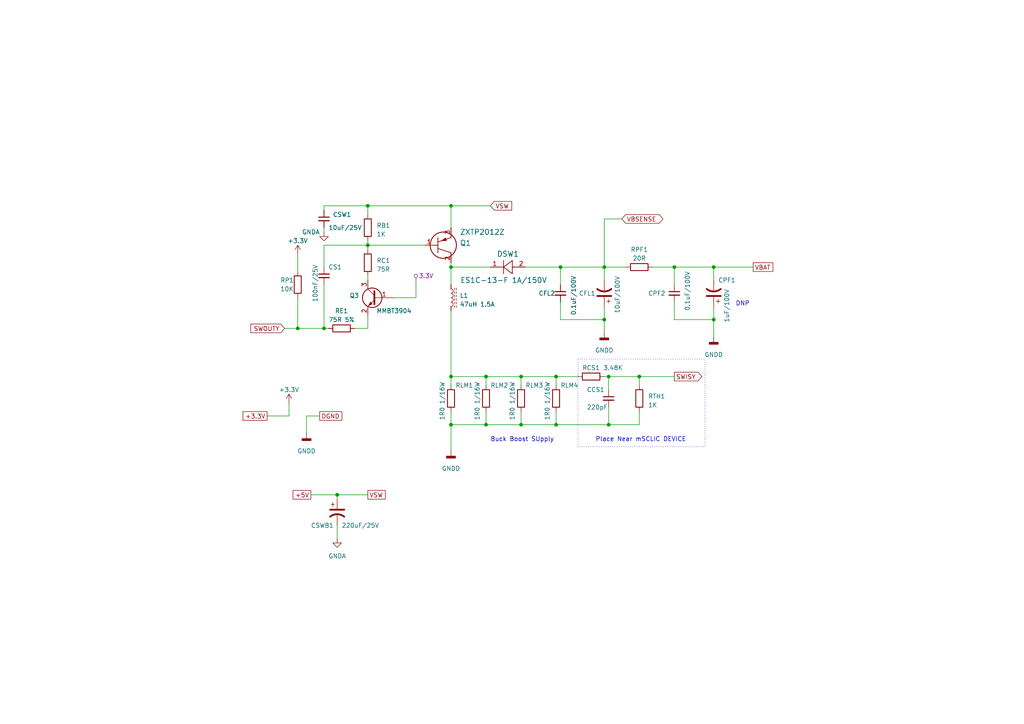
<source format=kicad_sch>
(kicad_sch (version 20230121) (generator eeschema)
  (paper "A4")
  (lib_symbols
    (symbol "Device:C_Polarized_US" (pin_numbers hide) (pin_names (offset 0.254) hide)
      (property "Reference" "C" (at 0.635 2.54 0))
      (property "Value" "C_Polarized_US" (at 0.635 -2.54 0))
      (symbol "C_Polarized_US_0_1"
        (polyline (pts (xy -2.032 0.762) (xy 2.032 0.762)) (stroke (width 0.508)))
        (polyline (pts (xy -1.778 2.286) (xy -0.762 2.286)))
        (polyline (pts (xy -1.27 1.778) (xy -1.27 2.794)))
        (arc (start 2.032 -1.27) (mid 0 -0.5572) (end -2.032 -1.27) (stroke (width 0.508)))
      )
      (symbol "C_Polarized_US_1_1"
        (pin passive line (at 0 3.81 270) (length 2.794) (name "~") (number "1"))
        (pin passive line (at 0 -3.81 90) (length 3.302) (name "~") (number "2"))
      )
    )
    (symbol "Device:C_Small" (pin_numbers hide) (pin_names (offset 0.254) hide)
      (property "Reference" "C" (at 0.254 1.778 0))
      (property "Value" "C_Small" (at 0.254 -2.032 0))
      (symbol "C_Small_0_1"
        (polyline (pts (xy -1.524 -0.508) (xy 1.524 -0.508)) (stroke (width 0.3302)))
        (polyline (pts (xy -1.524 0.508) (xy 1.524 0.508)) (stroke (width 0.3048)))
      )
      (symbol "C_Small_1_1"
        (pin passive line (at 0 2.54 270) (length 2.032) (name "~") (number "1"))
        (pin passive line (at 0 -2.54 90) (length 2.032) (name "~") (number "2"))
      )
    )
    (symbol "Device:L_Ferrite" (pin_numbers hide) (pin_names (offset 1.016) hide)
      (property "Reference" "L" (at -1.27 0 90))
      (property "Value" "L_Ferrite" (at 2.794 0 90))
      (symbol "L_Ferrite_0_1"
        (arc (start 0 -2.54) (mid 0.6323 -1.905) (end 0 -1.27))
        (arc (start 0 -1.27) (mid 0.6323 -0.635) (end 0 0))
        (polyline (pts (xy 1.016 -2.794) (xy 1.016 -2.286)))
        (polyline (pts (xy 1.016 -1.778) (xy 1.016 -1.27)))
        (polyline (pts (xy 1.016 -0.762) (xy 1.016 -0.254)))
        (polyline (pts (xy 1.016 0.254) (xy 1.016 0.762)))
        (polyline (pts (xy 1.016 1.27) (xy 1.016 1.778)))
        (polyline (pts (xy 1.016 2.286) (xy 1.016 2.794)))
        (polyline (pts (xy 1.524 -2.286) (xy 1.524 -2.794)))
        (polyline (pts (xy 1.524 -1.27) (xy 1.524 -1.778)))
        (polyline (pts (xy 1.524 -0.254) (xy 1.524 -0.762)))
        (polyline (pts (xy 1.524 0.762) (xy 1.524 0.254)))
        (polyline (pts (xy 1.524 1.778) (xy 1.524 1.27)))
        (polyline (pts (xy 1.524 2.794) (xy 1.524 2.286)))
        (arc (start 0 0) (mid 0.6323 0.635) (end 0 1.27))
        (arc (start 0 1.27) (mid 0.6323 1.905) (end 0 2.54))
      )
      (symbol "L_Ferrite_1_1"
        (pin passive line (at 0 3.81 270) (length 1.27) (name "1") (number "1"))
        (pin passive line (at 0 -3.81 90) (length 1.27) (name "2") (number "2"))
      )
    )
    (symbol "Device:R" (pin_numbers hide) (pin_names (offset 0))
      (property "Reference" "R" (at 2.032 0 90))
      (property "Value" "R" (at 0 0 90))
      (symbol "R_0_1"
        (rectangle (start -1.016 -2.54) (end 1.016 2.54) (stroke (width 0.254)))
      )
      (symbol "R_1_1"
        (pin passive line (at 0 3.81 270) (length 1.27) (name "~") (number "1"))
        (pin passive line (at 0 -3.81 90) (length 1.27) (name "~") (number "2"))
      )
    )
    (symbol "Transistor_BJT:MMBT3904" (pin_names (offset 0) hide)
      (property "Reference" "Q" (at 5.08 1.905 0))
      (property "Value" "MMBT3904" (at 5.08 0 0))
      (symbol "MMBT3904_0_1"
        (polyline (pts (xy 0.635 0.635) (xy 2.54 2.54)))
        (polyline (pts (xy 0.635 -0.635) (xy 2.54 -2.54) (xy 2.54 -2.54)))
        (polyline (pts (xy 0.635 1.905) (xy 0.635 -1.905) (xy 0.635 -1.905)) (stroke (width 0.508)))
        (polyline (pts (xy 1.27 -1.778) (xy 1.778 -1.27) (xy 2.286 -2.286) (xy 1.27 -1.778) (xy 1.27 -1.778)) (fill (type outline)))
        (circle (center 1.27 0) (radius 2.8194) (stroke (width 0.254)))
      )
      (symbol "MMBT3904_1_1"
        (pin input line (at -5.08 0 0) (length 5.715) (name "B") (number "1"))
        (pin passive line (at 2.54 -5.08 90) (length 2.54) (name "E") (number "2"))
        (pin passive line (at 2.54 5.08 270) (length 2.54) (name "C") (number "3"))
      )
    )
    (symbol "power:+3.3V" (power) (pin_names (offset 0))
      (property "Value" "+3.3V" (at 0 3.556 0))
      (symbol "+3.3V_0_1"
        (polyline (pts (xy -0.762 1.27) (xy 0 2.54)))
        (polyline (pts (xy 0 0) (xy 0 2.54)))
        (polyline (pts (xy 0 2.54) (xy 0.762 1.27)))
      )
      (symbol "+3.3V_1_1"
        (pin power_in line (at 0 0 90) (length 0) hide (name "+3.3V") (number "1"))
      )
    )
    (symbol "power:GNDA" (power) (pin_names (offset 0))
      (property "Value" "GNDA" (at 0 -3.81 0))
      (symbol "GNDA_0_1"
        (polyline (pts (xy 0 0) (xy 0 -1.27) (xy 1.27 -1.27) (xy 0 -2.54) (xy -1.27 -1.27) (xy 0 -1.27)))
      )
      (symbol "GNDA_1_1"
        (pin power_in line (at 0 0 270) (length 0) hide (name "GNDA") (number "1"))
      )
    )
    (symbol "power:GNDD" (power) (pin_names (offset 0))
      (property "Value" "GNDD" (at 0 -3.175 0))
      (symbol "GNDD_0_1"
        (rectangle (start -1.27 -1.524) (end 1.27 -2.032) (stroke (width 0.254)) (fill (type outline)))
        (polyline (pts (xy 0 0) (xy 0 -1.524)))
      )
      (symbol "GNDD_1_1"
        (pin power_in line (at 0 0 270) (length 0) hide (name "GNDD") (number "1"))
      )
    )
    (symbol "teluino2:ES1C-13-F" (pin_names (offset 0.254))
      (property "Reference" "CR" (at 5.08 4.445 0))
      (property "Value" "ES1C-13-F" (at 5.08 -3.81 0))
      (symbol "ES1C-13-F_1_1"
        (polyline (pts (xy 2.54 0) (xy 3.4798 0)) (stroke (width 0.2032)))
        (polyline (pts (xy 3.175 0) (xy 3.81 0)) (stroke (width 0.2032)))
        (polyline (pts (xy 3.81 -1.905) (xy 6.35 0)) (stroke (width 0.2032)))
        (polyline (pts (xy 3.81 1.905) (xy 3.81 -1.905)) (stroke (width 0.2032)))
        (polyline (pts (xy 6.35 -1.905) (xy 6.35 1.905)) (stroke (width 0.2032)))
        (polyline (pts (xy 6.35 0) (xy 3.81 1.905)) (stroke (width 0.2032)))
        (polyline (pts (xy 6.35 0) (xy 7.62 0)) (stroke (width 0.2032)))
        (pin unspecified line (at 10.16 0 180) (length 2.54) (name "") (number "1"))
        (pin unspecified line (at 0 0 0) (length 2.54) (name "") (number "2"))
      )
      (symbol "ES1C-13-F_1_2"
        (polyline (pts (xy -1.905 3.81) (xy 1.905 3.81)) (stroke (width 0.2032)))
        (polyline (pts (xy 0 2.54) (xy 0 3.4798)) (stroke (width 0.2032)))
        (polyline (pts (xy 0 3.175) (xy 0 3.81)) (stroke (width 0.2032)))
        (polyline (pts (xy 0 6.35) (xy -1.905 3.81)) (stroke (width 0.2032)))
        (polyline (pts (xy 0 6.35) (xy 0 7.62)) (stroke (width 0.2032)))
        (polyline (pts (xy 1.905 3.81) (xy 0 6.35)) (stroke (width 0.2032)))
        (polyline (pts (xy 1.905 6.35) (xy -1.905 6.35)) (stroke (width 0.2032)))
        (pin unspecified line (at 0 10.16 270) (length 2.54) (name "") (number "1"))
        (pin unspecified line (at 0 0 90) (length 2.54) (name "") (number "2"))
      )
    )
    (symbol "teluino:ZXTP2012Z" (pin_names (offset 0.254))
      (property "Reference" "Q" (at 10.16 2.54 0))
      (property "Value" "ZXTP2012Z" (at 10.16 -2.54 0))
      (symbol "ZXTP2012Z_0_1"
        (polyline (pts (xy 2.54 0) (xy 3.81 0)) (stroke (width 0.2032)))
        (polyline (pts (xy 3.81 -2.2098) (xy 3.81 2.2098)) (stroke (width 0.2032)))
        (polyline (pts (xy 3.81 -0.9398) (xy 7.62 -2.2098)) (stroke (width 0.2032)))
        (polyline (pts (xy 3.81 0.9398) (xy 7.62 2.2098)) (stroke (width 0.2032)))
        (polyline (pts (xy 7.62 -2.54) (xy 7.62 -2.2098)) (stroke (width 0.2032)))
        (polyline (pts (xy 7.62 2.2098) (xy 7.62 2.54)) (stroke (width 0.2032)))
        (polyline (pts (xy 6.0198 -2.2098) (xy 6.35 -1.27) (xy 4.7498 -1.27)) (stroke (width 0.0254)) (fill (type outline)))
        (circle (center 5.3848 0) (radius 3.81) (stroke (width 0.254)))
        (pin unspecified line (at 0 0 0) (length 2.54) (name "") (number "1"))
        (pin unspecified line (at 7.62 5.08 270) (length 2.54) (name "") (number "2"))
        (pin unspecified line (at 7.62 -5.08 90) (length 2.54) (name "") (number "3"))
      )
    )
  )
  (junction (at 140.97 109.22))
  (junction (at 162.56 77.47))
  (junction (at 86.36 95.25))
  (junction (at 175.26 92.71))
  (junction (at 130.81 123.19))
  (junction (at 161.29 123.19))
  (junction (at 161.29 109.22))
  (junction (at 130.81 109.22))
  (junction (at 207.01 77.47))
  (junction (at 195.58 77.47))
  (junction (at 176.53 123.19))
  (junction (at 207.01 92.71))
  (junction (at 106.68 71.12))
  (junction (at 130.81 59.69))
  (junction (at 185.42 109.22))
  (junction (at 140.97 123.19))
  (junction (at 97.79 143.51))
  (junction (at 176.53 109.22))
  (junction (at 151.13 123.19))
  (junction (at 175.26 77.47))
  (junction (at 93.98 95.25))
  (junction (at 151.13 109.22))
  (junction (at 106.68 59.69))
  (junction (at 130.81 77.47))
  (wire (pts (xy 86.36 86.36) (xy 86.36 95.25)))
  (wire (pts (xy 97.79 143.51) (xy 97.79 144.78)))
  (wire (pts (xy 140.97 111.76) (xy 140.97 109.22)))
  (wire (pts (xy 185.42 109.22) (xy 195.58 109.22)))
  (wire (pts (xy 130.81 123.19) (xy 140.97 123.19)))
  (wire (pts (xy 130.81 90.17) (xy 130.81 109.22)))
  (wire (pts (xy 195.58 92.71) (xy 207.01 92.71)))
  (wire (pts (xy 161.29 123.19) (xy 176.53 123.19)))
  (wire (pts (xy 97.79 156.21) (xy 97.79 152.4)))
  (wire (pts (xy 175.26 92.71) (xy 175.26 96.52)))
  (wire (pts (xy 93.98 66.04) (xy 93.98 67.31)))
  (wire (pts (xy 106.68 72.39) (xy 106.68 71.12)))
  (wire (pts (xy 140.97 123.19) (xy 151.13 123.19)))
  (wire (pts (xy 106.68 71.12) (xy 123.19 71.12)))
  (wire (pts (xy 189.23 77.47) (xy 195.58 77.47)))
  (wire (pts (xy 130.81 109.22) (xy 140.97 109.22)))
  (wire (pts (xy 140.97 109.22) (xy 151.13 109.22)))
  (wire (pts (xy 88.9 120.65) (xy 92.71 120.65)))
  (wire (pts (xy 151.13 111.76) (xy 151.13 109.22)))
  (wire (pts (xy 93.98 59.69) (xy 106.68 59.69)))
  (wire (pts (xy 161.29 119.38) (xy 161.29 123.19)))
  (wire (pts (xy 161.29 111.76) (xy 161.29 109.22)))
  (wire (pts (xy 162.56 92.71) (xy 175.26 92.71)))
  (wire (pts (xy 95.25 95.25) (xy 93.98 95.25)))
  (wire (pts (xy 175.26 77.47) (xy 181.61 77.47)))
  (wire (pts (xy 185.42 123.19) (xy 176.53 123.19)))
  (wire (pts (xy 162.56 77.47) (xy 175.26 77.47)))
  (wire (pts (xy 207.01 88.9) (xy 207.01 92.71)))
  (wire (pts (xy 185.42 109.22) (xy 176.53 109.22)))
  (wire (pts (xy 207.01 92.71) (xy 207.01 97.79)))
  (wire (pts (xy 93.98 71.12) (xy 106.68 71.12)))
  (wire (pts (xy 151.13 109.22) (xy 161.29 109.22)))
  (wire (pts (xy 161.29 109.22) (xy 167.64 109.22)))
  (wire (pts (xy 175.26 109.22) (xy 176.53 109.22)))
  (wire (pts (xy 162.56 87.63) (xy 162.56 92.71)))
  (wire (pts (xy 93.98 60.96) (xy 93.98 59.69)))
  (wire (pts (xy 195.58 77.47) (xy 195.58 82.55)))
  (wire (pts (xy 106.68 69.85) (xy 106.68 71.12)))
  (wire (pts (xy 130.81 119.38) (xy 130.81 123.19)))
  (wire (pts (xy 93.98 95.25) (xy 93.98 82.55)))
  (wire (pts (xy 180.34 63.5) (xy 175.26 63.5)))
  (wire (pts (xy 86.36 95.25) (xy 93.98 95.25)))
  (wire (pts (xy 120.65 82.55) (xy 120.65 86.36)))
  (wire (pts (xy 86.36 73.66) (xy 86.36 78.74)))
  (wire (pts (xy 130.81 59.69) (xy 130.81 66.04)))
  (wire (pts (xy 185.42 119.38) (xy 185.42 123.19)))
  (wire (pts (xy 130.81 77.47) (xy 130.81 82.55)))
  (wire (pts (xy 97.79 143.51) (xy 90.17 143.51)))
  (wire (pts (xy 106.68 59.69) (xy 106.68 62.23)))
  (wire (pts (xy 176.53 109.22) (xy 176.53 113.03)))
  (wire (pts (xy 130.81 123.19) (xy 130.81 130.81)))
  (wire (pts (xy 176.53 118.11) (xy 176.53 123.19)))
  (wire (pts (xy 207.01 77.47) (xy 207.01 81.28)))
  (wire (pts (xy 207.01 77.47) (xy 218.44 77.47)))
  (wire (pts (xy 140.97 119.38) (xy 140.97 123.19)))
  (wire (pts (xy 185.42 111.76) (xy 185.42 109.22)))
  (wire (pts (xy 151.13 123.19) (xy 161.29 123.19)))
  (wire (pts (xy 175.26 63.5) (xy 175.26 77.47)))
  (wire (pts (xy 130.81 76.2) (xy 130.81 77.47)))
  (wire (pts (xy 130.81 77.47) (xy 142.24 77.47)))
  (wire (pts (xy 106.68 59.69) (xy 130.81 59.69)))
  (wire (pts (xy 82.55 95.25) (xy 86.36 95.25)))
  (wire (pts (xy 195.58 87.63) (xy 195.58 92.71)))
  (wire (pts (xy 106.68 95.25) (xy 102.87 95.25)))
  (wire (pts (xy 83.82 116.84) (xy 83.82 120.65)))
  (wire (pts (xy 162.56 77.47) (xy 152.4 77.47)))
  (wire (pts (xy 130.81 109.22) (xy 130.81 111.76)))
  (wire (pts (xy 77.47 120.65) (xy 83.82 120.65)))
  (wire (pts (xy 162.56 77.47) (xy 162.56 82.55)))
  (wire (pts (xy 175.26 77.47) (xy 175.26 81.28)))
  (wire (pts (xy 93.98 77.47) (xy 93.98 71.12)))
  (wire (pts (xy 88.9 125.73) (xy 88.9 120.65)))
  (wire (pts (xy 106.68 91.44) (xy 106.68 95.25)))
  (wire (pts (xy 151.13 119.38) (xy 151.13 123.19)))
  (wire (pts (xy 97.79 143.51) (xy 106.68 143.51)))
  (wire (pts (xy 114.3 86.36) (xy 120.65 86.36)))
  (wire (pts (xy 130.81 59.69) (xy 142.24 59.69)))
  (wire (pts (xy 195.58 77.47) (xy 207.01 77.47)))
  (wire (pts (xy 175.26 88.9) (xy 175.26 92.71)))
  (wire (pts (xy 106.68 80.01) (xy 106.68 81.28)))
  (rectangle (start 167.64 104.14) (end 204.47 129.54) (stroke (width 0) (type dot)))
  (text "DNP" (at 213.36 88.9 0) (effects (font (size 1.27 1.27)) (justify left bottom)))
  (text "Buck Boost SUpply" (at 142.24 128.27 0) (effects (font (size 1.27 1.27)) (justify left bottom)))
  (text "Place Near mSCLIC DEVICE" (at 172.72 128.27 0) (effects (font (size 1.27 1.27)) (justify left bottom)))
  (global_label "VBAT" (shape passive) (at 218.44 77.47 0) (property "Intersheetrefs" "${INTERSHEET_REFS}" (effects hide)))
  (global_label "+3.3V" (shape passive) (at 77.47 120.65 180) (property "Intersheetrefs" "${INTERSHEET_REFS}" (effects hide)))
  (global_label "VSW" (shape input) (at 142.24 59.69 0) (property "Intersheetrefs" "${INTERSHEET_REFS}" (effects hide)))
  (global_label "+5V" (shape passive) (at 90.17 143.51 180) (property "Intersheetrefs" "${INTERSHEET_REFS}" (effects hide)))
  (global_label "VBSENSE" (shape bidirectional) (at 180.34 63.5 0) (property "Intersheetrefs" "${INTERSHEET_REFS}" (effects hide)))
  (global_label "DGND" (shape passive) (at 92.71 120.65 0) (property "Intersheetrefs" "${INTERSHEET_REFS}" (effects hide)))
  (global_label "VSW" (shape passive) (at 106.68 143.51 0) (property "Intersheetrefs" "${INTERSHEET_REFS}" (effects hide)))
  (global_label "SWISY" (shape output) (at 195.58 109.22 0) (property "Intersheetrefs" "${INTERSHEET_REFS}" (effects hide)))
  (global_label "SWOUTY" (shape input) (at 82.55 95.25 180) (property "Intersheetrefs" "${INTERSHEET_REFS}" (effects hide)))
  (netclass_flag "" (length 2.54) (shape round) (at 120.65 82.55 0) (property "Netclass" "3.3V" (at 121.3485 80.01 0) (effects (font italic) (justify left))))
  (symbol (lib_id "Device:L_Ferrite") (at 130.81 86.36 0) (unit 1)
    (property "Reference" "L1" (at 133.35 85.725 0) (effects (justify left)))
    (property "Value" "47uH 1.5A" (at 133.35 88.265 0) (effects (justify left)))
    (property "Footprint" "Inductor_SMD:L_10.4x10.4_H4.8" (effects hide))
    (instances (project "telluino" (path "" (reference "L1") (unit 1)) (path "" (reference "L2") (unit 1))))
  )
  (symbol (lib_id "teluino:ZXTP2012Z") (at 123.19 71.12 0) (mirror x) (unit 1)
    (property "Reference" "Q1" (at 133.35 70.485 0) (effects (font (size 1.524 1.524)) (justify left)))
    (property "Value" "ZXTP2012Z" (at 133.35 67.31 0) (effects (font (size 1.524 1.524)) (justify left)))
    (property "Footprint" "teluino:SOT-89-3_4P5X2P6_DIO" (effects hide))
    (property "Datasheet" "ZXTP2012Z" (effects hide))
    (instances (project "telluino" (path "" (reference "Q1") (unit 1)) (path "" (reference "Q4") (unit 1))))
  )
  (symbol (lib_id "Transistor_BJT:MMBT3904") (at 109.22 86.36 0) (mirror y) (unit 1)
    (property "Reference" "Q3" (at 104.14 85.725 0) (effects (justify left)))
    (property "Value" "MMBT3904" (at 119.38 90.17 0) (effects (justify left)))
    (property "Footprint" "Package_TO_SOT_SMD:SOT-23" (effects hide))
    (property "Datasheet" "https://www.onsemi.com/pub/Collateral/2N3903-D.PDF" (effects hide))
    (instances (project "telluino" (path "" (reference "Q3") (unit 1)) (path "" (reference "Q2") (unit 1))))
  )
  (symbol (lib_id "Device:R") (at 106.68 66.04 0) (unit 1)
    (property "Reference" "RB1" (at 109.22 65.405 0) (effects (justify left)))
    (property "Value" "1K" (at 109.22 67.945 0) (effects (justify left)))
    (property "Footprint" "Resistor_SMD:R_0603_1608Metric" (effects hide))
    (instances (project "telluino" (path "" (reference "RB1") (unit 1)) (path "" (reference "RB2") (unit 1))))
  )
  (symbol (lib_id "Device:C_Small") (at 162.56 85.09 0) (unit 1)
    (property "Reference" "CFL2" (at 156.21 85.09 0) (effects (justify left)))
    (property "Value" "0.1uF/100V" (at 166.37 91.44 90) (effects (justify left)))
    (property "Footprint" "Capacitor_SMD:C_0603_1608Metric" (effects hide))
    (instances (project "telluino" (path "" (reference "CFL2") (unit 1)) (path "" (reference "CFL3") (unit 1))))
  )
  (symbol (lib_id "power:GNDD") (at 207.01 97.79 0) (unit 1)
    (property "Reference" "#PWR051" (effects hide))
    (property "Value" "GNDD" (at 207.01 102.87 0))
    (instances (project "telluino" (path "" (reference "#PWR051") (unit 1)) (path "" (reference "#PWR018") (unit 1))))
  )
  (symbol (lib_id "power:GNDD") (at 175.26 96.52 0) (unit 1)
    (property "Reference" "#PWR051" (effects hide))
    (property "Value" "GNDD" (at 175.26 101.6 0))
    (instances (project "telluino" (path "" (reference "#PWR051") (unit 1)) (path "" (reference "#PWR017") (unit 1))))
  )
  (symbol (lib_id "Device:R") (at 185.42 115.57 0) (unit 1)
    (property "Reference" "RTH1" (at 187.96 114.935 0) (effects (justify left)))
    (property "Value" "1K" (at 187.96 117.475 0) (effects (justify left)))
    (property "Footprint" "Resistor_SMD:R_0402_1005Metric" (effects hide))
    (instances (project "telluino" (path "" (reference "RTH1") (unit 1)) (path "" (reference "RTH2") (unit 1))))
  )
  (symbol (lib_id "power:+3.3V") (at 86.36 73.66 0) (unit 1)
    (property "Reference" "#PWR019" (effects hide))
    (property "Value" "+3.3V" (at 86.36 69.85 0))
  )
  (symbol (lib_id "Device:R") (at 171.45 109.22 90) (unit 1)
    (property "Reference" "RCS1" (at 171.45 106.68 90))
    (property "Value" "3.48K" (at 177.8 106.68 90))
    (property "Footprint" "Resistor_SMD:R_0402_1005Metric" (effects hide))
    (instances (project "telluino" (path "" (reference "RCS1") (unit 1)) (path "" (reference "RCS2") (unit 1))))
  )
  (symbol (lib_id "Device:R") (at 140.97 115.57 0) (unit 1)
    (property "Reference" "RLM2" (at 142.24 111.76 0) (effects (justify left)))
    (property "Value" "1R0 1/16W" (at 138.43 121.92 90) (effects (justify left)))
    (property "Footprint" "Resistor_SMD:R_0402_1005Metric" (effects hide))
    (instances (project "telluino" (path "" (reference "RLM2") (unit 1)) (path "" (reference "RLM6") (unit 1))))
  )
  (symbol (lib_id "power:GNDD") (at 88.9 125.73 0) (unit 1)
    (property "Reference" "#PWR039" (effects hide))
    (property "Value" "GNDD" (at 88.9 130.81 0))
    (instances (project "telluino" (path "" (reference "#PWR039") (unit 1)) (path "" (reference "#PWR053") (unit 1))))
  )
  (symbol (lib_id "Device:C_Small") (at 195.58 85.09 0) (unit 1)
    (property "Reference" "CPF2" (at 187.96 85.09 0) (effects (justify left)))
    (property "Value" "0.1uF/100V" (at 199.39 90.17 90) (effects (justify left)))
    (property "Footprint" "Capacitor_SMD:C_0603_1608Metric_Pad1.08x0.95mm_HandSolder" (effects hide))
    (instances (project "telluino" (path "" (reference "CPF2") (unit 1)) (path "" (reference "CPF3") (unit 1))))
  )
  (symbol (lib_id "power:GNDA") (at 97.79 156.21 0) (unit 1)
    (property "Reference" "#PWR013" (effects hide))
    (property "Value" "GNDA" (at 97.79 161.29 0))
    (instances (project "telluino" (path "" (reference "#PWR013") (unit 1)) (path "" (reference "#PWR010") (unit 1)) (path "" (reference "#PWR021") (unit 1)) (path "" (reference "#PWR010") (unit 1))))
  )
  (symbol (lib_id "Device:R") (at 151.13 115.57 0) (unit 1)
    (property "Reference" "RLM3" (at 152.4 111.76 0) (effects (justify left)))
    (property "Value" "1R0 1/16W" (at 148.59 121.92 90) (effects (justify left)))
    (property "Footprint" "Resistor_SMD:R_0402_1005Metric" (effects hide))
    (instances (project "telluino" (path "" (reference "RLM3") (unit 1)) (path "" (reference "RLM7") (unit 1))))
  )
  (symbol (lib_id "Device:C_Polarized_US") (at 207.01 85.09 180) (unit 1)
    (property "Reference" "CPF1" (at 213.36 81.28 0) (effects (justify left)))
    (property "Value" "1uF/100V" (at 210.82 83.82 90) (effects (justify left)))
    (property "Footprint" "Capacitor_THT:CP_Radial_D8.0mm_P3.50mm" (effects hide))
    (instances (project "telluino" (path "" (reference "CPF1") (unit 1)) (path "" (reference "CPF4") (unit 1))))
  )
  (symbol (lib_id "Device:R") (at 185.42 77.47 90) (unit 1)
    (property "Reference" "RPF1" (at 185.42 72.39 90))
    (property "Value" "20R" (at 185.42 74.93 90))
    (property "Footprint" "Resistor_SMD:R_1206_3216Metric" (effects hide))
    (instances (project "telluino" (path "" (reference "RPF1") (unit 1)) (path "" (reference "RPF2") (unit 1))))
  )
  (symbol (lib_id "Device:R") (at 99.06 95.25 90) (unit 1)
    (property "Reference" "RE1" (at 99.06 90.17 90))
    (property "Value" "75R 5%" (at 99.06 92.71 90))
    (property "Footprint" "Resistor_SMD:R_0603_1608Metric" (effects hide))
    (instances (project "telluino" (path "" (reference "RE1") (unit 1)) (path "" (reference "RE2") (unit 1))))
  )
  (symbol (lib_id "Device:C_Small") (at 93.98 63.5 0) (unit 1)
    (property "Reference" "CSW1" (at 96.52 62.23 0) (effects (justify left)))
    (property "Value" "10uF/25V" (at 95.25 66.04 0) (effects (justify left)))
    (property "Footprint" "Capacitor_SMD:C_0603_1608Metric" (effects hide))
    (instances (project "telluino" (path "" (reference "CSW1") (unit 1)) (path "" (reference "CSW2") (unit 1))))
  )
  (symbol (lib_id "Device:C_Small") (at 176.53 115.57 0) (unit 1)
    (property "Reference" "CCS1" (at 170.18 113.03 0) (effects (justify left)))
    (property "Value" "220pF" (at 170.18 118.11 0) (effects (justify left)))
    (property "Footprint" "Capacitor_SMD:C_0603_1608Metric" (effects hide))
    (instances (project "telluino" (path "" (reference "CCS1") (unit 1)) (path "" (reference "CCS2") (unit 1))))
  )
  (symbol (lib_id "Device:R") (at 161.29 115.57 0) (unit 1)
    (property "Reference" "RLM4" (at 162.56 111.76 0) (effects (justify left)))
    (property "Value" "1R0 1/16W" (at 158.75 121.92 90) (effects (justify left)))
    (property "Footprint" "Resistor_SMD:R_0402_1005Metric" (effects hide))
    (instances (project "telluino" (path "" (reference "RLM4") (unit 1)) (path "" (reference "RLM8") (unit 1))))
  )
  (symbol (lib_id "Device:R") (at 106.68 76.2 0) (unit 1)
    (property "Reference" "RC1" (at 109.22 75.565 0) (effects (justify left)))
    (property "Value" "75R" (at 109.22 78.105 0) (effects (justify left)))
    (property "Footprint" "Resistor_SMD:R_0603_1608Metric" (effects hide))
    (instances (project "telluino" (path "" (reference "RC1") (unit 1)) (path "" (reference "RC2") (unit 1))))
  )
  (symbol (lib_id "teluino2:ES1C-13-F") (at 152.4 77.47 180) (unit 1)
    (property "Reference" "DSW1" (at 147.32 73.66 0) (effects (font (size 1.524 1.524))))
    (property "Value" "ES1C-13-F 1A/150V" (at 146.05 81.28 0) (effects (font (size 1.524 1.524))))
    (property "Footprint" "Diode_SMD:D_SMA" (effects hide))
    (property "Datasheet" "ES1C-13-F" (effects hide))
    (instances (project "telluino" (path "" (reference "DSW1") (unit 1)) (path "" (reference "DSW2") (unit 1))))
  )
  (symbol (lib_id "power:GNDA") (at 93.98 67.31 0) (unit 1)
    (property "Reference" "#PWR04" (effects hide))
    (property "Value" "GNDA" (at 90.17 67.31 0))
    (instances (project "telluino" (path "" (reference "#PWR04") (unit 1)) (path "" (reference "#PWR015") (unit 1))))
  )
  (symbol (lib_id "Device:C_Small") (at 93.98 80.01 0) (unit 1)
    (property "Reference" "CS1" (at 95.25 77.47 0) (effects (justify left)))
    (property "Value" "100nF/25V" (at 91.44 87.63 90) (effects (justify left)))
    (property "Footprint" "Capacitor_SMD:C_0603_1608Metric" (effects hide))
    (instances (project "telluino" (path "" (reference "CS1") (unit 1)) (path "" (reference "CS2") (unit 1))))
  )
  (symbol (lib_id "Device:C_Polarized_US") (at 97.79 148.59 0) (unit 1)
    (property "Reference" "CSWB1" (at 90.17 152.4 0) (effects (justify left)))
    (property "Value" "220uF/25V" (at 99.06 152.4 0) (effects (justify left)))
    (property "Footprint" "Capacitor_THT:CP_Radial_D10.0mm_P5.00mm" (effects hide))
  )
  (symbol (lib_id "Device:R") (at 130.81 115.57 0) (unit 1)
    (property "Reference" "RLM1" (at 132.08 111.76 0) (effects (justify left)))
    (property "Value" "1R0 1/16W" (at 128.27 121.92 90) (effects (justify left)))
    (property "Footprint" "Resistor_SMD:R_0402_1005Metric" (effects hide))
    (instances (project "telluino" (path "" (reference "RLM1") (unit 1)) (path "" (reference "RLM5") (unit 1))))
  )
  (symbol (lib_id "Device:R") (at 86.36 82.55 0) (unit 1)
    (property "Reference" "RP1" (at 81.28 81.28 0) (effects (justify left)))
    (property "Value" "10K" (at 81.28 83.82 0) (effects (justify left)))
    (property "Footprint" "Resistor_SMD:R_0603_1608Metric" (effects hide))
    (instances (project "telluino" (path "" (reference "RP1") (unit 1)) (path "" (reference "RP2") (unit 1))))
  )
  (symbol (lib_id "power:+3.3V") (at 83.82 116.84 0) (unit 1)
    (property "Reference" "#PWR052" (effects hide))
    (property "Value" "+3.3V" (at 83.82 113.03 0))
  )
  (symbol (lib_id "power:GNDD") (at 130.81 130.81 0) (unit 1)
    (property "Reference" "#PWR051" (effects hide))
    (property "Value" "GNDD" (at 130.81 135.89 0))
    (instances (project "telluino" (path "" (reference "#PWR051") (unit 1)) (path "" (reference "#PWR08") (unit 1))))
  )
  (symbol (lib_id "Device:C_Polarized_US") (at 175.26 85.09 180) (unit 1)
    (property "Reference" "CFL1" (at 172.72 85.09 0) (effects (justify left)))
    (property "Value" "10uF/100V" (at 179.07 80.01 90) (effects (justify left)))
    (property "Footprint" "Capacitor_THT:CP_Radial_D8.0mm_P3.50mm" (effects hide))
    (instances (project "telluino" (path "" (reference "CFL1") (unit 1)) (path "" (reference "CFL4") (unit 1))))
  )
)
</source>
